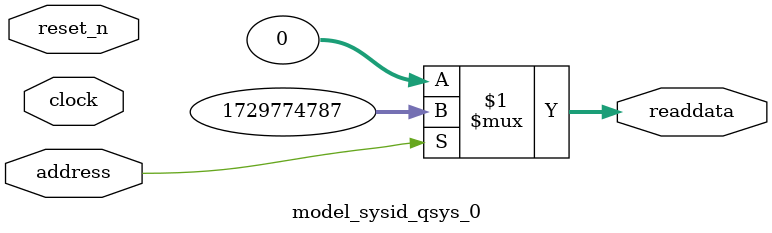
<source format=v>



// synthesis translate_off
`timescale 1ns / 1ps
// synthesis translate_on

// turn off superfluous verilog processor warnings 
// altera message_level Level1 
// altera message_off 10034 10035 10036 10037 10230 10240 10030 

module model_sysid_qsys_0 (
               // inputs:
                address,
                clock,
                reset_n,

               // outputs:
                readdata
             )
;

  output  [ 31: 0] readdata;
  input            address;
  input            clock;
  input            reset_n;

  wire    [ 31: 0] readdata;
  //control_slave, which is an e_avalon_slave
  assign readdata = address ? 1729774787 : 0;

endmodule



</source>
